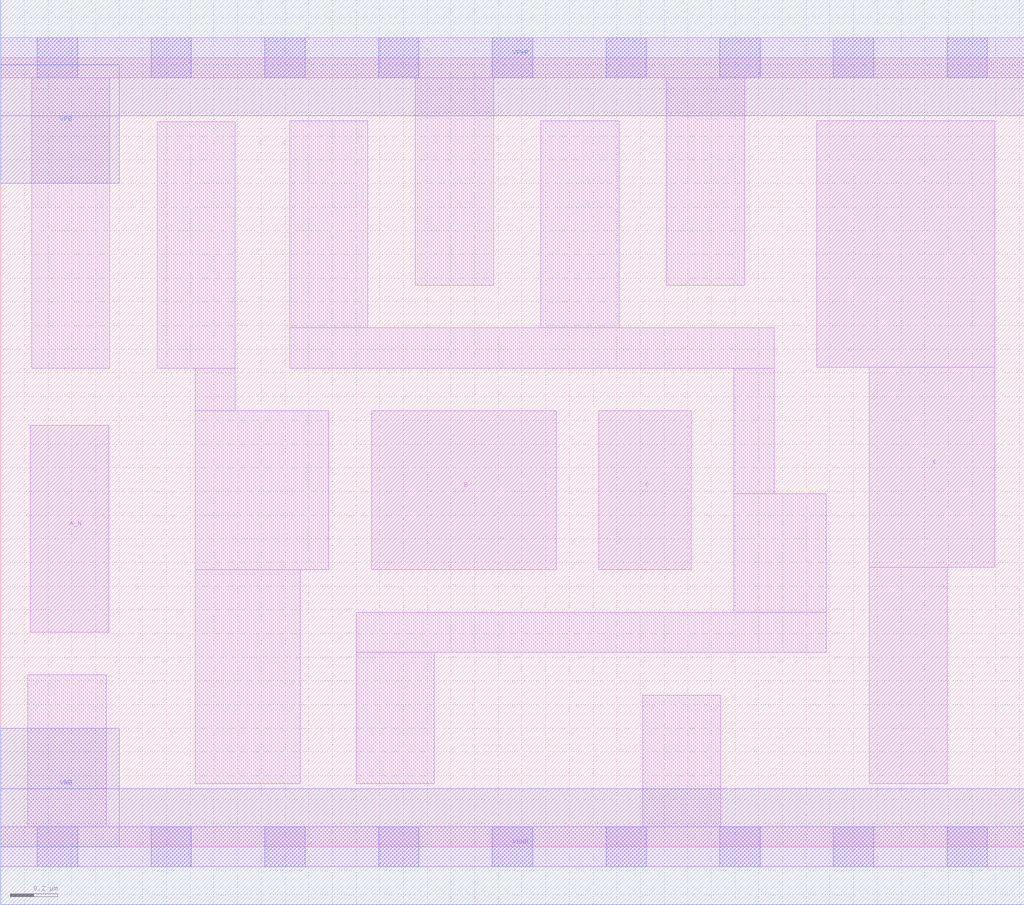
<source format=lef>
# Copyright 2020 The SkyWater PDK Authors
#
# Licensed under the Apache License, Version 2.0 (the "License");
# you may not use this file except in compliance with the License.
# You may obtain a copy of the License at
#
#     https://www.apache.org/licenses/LICENSE-2.0
#
# Unless required by applicable law or agreed to in writing, software
# distributed under the License is distributed on an "AS IS" BASIS,
# WITHOUT WARRANTIES OR CONDITIONS OF ANY KIND, either express or implied.
# See the License for the specific language governing permissions and
# limitations under the License.
#
# SPDX-License-Identifier: Apache-2.0

VERSION 5.5 ;
NAMESCASESENSITIVE ON ;
BUSBITCHARS "[]" ;
DIVIDERCHAR "/" ;
MACRO sky130_fd_sc_lp__and3b_lp
  CLASS CORE ;
  SOURCE USER ;
  ORIGIN  0.000000  0.000000 ;
  SIZE  4.320000 BY  3.330000 ;
  SYMMETRY X Y R90 ;
  SITE unit ;
  PIN A_N
    ANTENNAGATEAREA  0.376000 ;
    DIRECTION INPUT ;
    USE SIGNAL ;
    PORT
      LAYER li1 ;
        RECT 0.125000 0.905000 0.455000 1.780000 ;
    END
  END A_N
  PIN B
    ANTENNAGATEAREA  0.313000 ;
    DIRECTION INPUT ;
    USE SIGNAL ;
    PORT
      LAYER li1 ;
        RECT 1.565000 1.170000 2.345000 1.840000 ;
    END
  END B
  PIN C
    ANTENNAGATEAREA  0.313000 ;
    DIRECTION INPUT ;
    USE SIGNAL ;
    PORT
      LAYER li1 ;
        RECT 2.525000 1.170000 2.915000 1.840000 ;
    END
  END C
  PIN X
    ANTENNADIFFAREA  0.404700 ;
    DIRECTION OUTPUT ;
    USE SIGNAL ;
    PORT
      LAYER li1 ;
        RECT 3.445000 2.025000 4.195000 3.065000 ;
        RECT 3.665000 0.265000 3.995000 1.180000 ;
        RECT 3.665000 1.180000 4.195000 2.025000 ;
    END
  END X
  PIN VGND
    DIRECTION INOUT ;
    USE GROUND ;
    PORT
      LAYER met1 ;
        RECT 0.000000 -0.245000 4.320000 0.245000 ;
    END
  END VGND
  PIN VNB
    DIRECTION INOUT ;
    USE GROUND ;
    PORT
    END
  END VNB
  PIN VPB
    DIRECTION INOUT ;
    USE POWER ;
    PORT
    END
  END VPB
  PIN VNB
    DIRECTION INOUT ;
    USE GROUND ;
    PORT
      LAYER met1 ;
        RECT 0.000000 0.000000 0.500000 0.500000 ;
    END
  END VNB
  PIN VPB
    DIRECTION INOUT ;
    USE POWER ;
    PORT
      LAYER met1 ;
        RECT 0.000000 2.800000 0.500000 3.300000 ;
    END
  END VPB
  PIN VPWR
    DIRECTION INOUT ;
    USE POWER ;
    PORT
      LAYER met1 ;
        RECT 0.000000 3.085000 4.320000 3.575000 ;
    END
  END VPWR
  OBS
    LAYER li1 ;
      RECT 0.000000 -0.085000 4.320000 0.085000 ;
      RECT 0.000000  3.245000 4.320000 3.415000 ;
      RECT 0.115000  0.085000 0.445000 0.725000 ;
      RECT 0.130000  2.020000 0.460000 3.245000 ;
      RECT 0.660000  2.020000 0.990000 3.060000 ;
      RECT 0.820000  0.265000 1.265000 1.170000 ;
      RECT 0.820000  1.170000 1.385000 1.840000 ;
      RECT 0.820000  1.840000 0.990000 2.020000 ;
      RECT 1.220000  2.020000 3.265000 2.190000 ;
      RECT 1.220000  2.190000 1.550000 3.065000 ;
      RECT 1.500000  0.265000 1.830000 0.820000 ;
      RECT 1.500000  0.820000 3.485000 0.990000 ;
      RECT 1.750000  2.370000 2.080000 3.245000 ;
      RECT 2.280000  2.190000 2.610000 3.065000 ;
      RECT 2.710000  0.085000 3.040000 0.640000 ;
      RECT 2.810000  2.370000 3.140000 3.245000 ;
      RECT 3.095000  0.990000 3.485000 1.490000 ;
      RECT 3.095000  1.490000 3.265000 2.020000 ;
    LAYER mcon ;
      RECT 0.155000 -0.085000 0.325000 0.085000 ;
      RECT 0.155000  3.245000 0.325000 3.415000 ;
      RECT 0.635000 -0.085000 0.805000 0.085000 ;
      RECT 0.635000  3.245000 0.805000 3.415000 ;
      RECT 1.115000 -0.085000 1.285000 0.085000 ;
      RECT 1.115000  3.245000 1.285000 3.415000 ;
      RECT 1.595000 -0.085000 1.765000 0.085000 ;
      RECT 1.595000  3.245000 1.765000 3.415000 ;
      RECT 2.075000 -0.085000 2.245000 0.085000 ;
      RECT 2.075000  3.245000 2.245000 3.415000 ;
      RECT 2.555000 -0.085000 2.725000 0.085000 ;
      RECT 2.555000  3.245000 2.725000 3.415000 ;
      RECT 3.035000 -0.085000 3.205000 0.085000 ;
      RECT 3.035000  3.245000 3.205000 3.415000 ;
      RECT 3.515000 -0.085000 3.685000 0.085000 ;
      RECT 3.515000  3.245000 3.685000 3.415000 ;
      RECT 3.995000 -0.085000 4.165000 0.085000 ;
      RECT 3.995000  3.245000 4.165000 3.415000 ;
  END
END sky130_fd_sc_lp__and3b_lp
END LIBRARY

</source>
